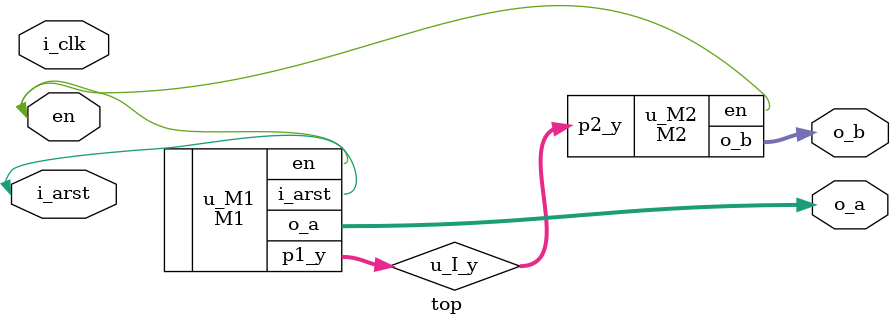
<source format=v>

module M2 ( p2_y, o_b, en);
// pragma CVASTRPROP MODULE HDLICE HDL_MODULE_ATTRIBUTE "0 vlog atb"
input [7:0] p2_y;
output [7:0] o_b;
output en;
Q_LDP0 U0 ( .G(en), .D(p2_y[0]), .Q(o_b[0]), .QN( ));
Q_LDP0 U1 ( .G(en), .D(p2_y[1]), .Q(o_b[1]), .QN( ));
Q_LDP0 U2 ( .G(en), .D(p2_y[2]), .Q(o_b[2]), .QN( ));
Q_LDP0 U3 ( .G(en), .D(p2_y[3]), .Q(o_b[3]), .QN( ));
Q_LDP0 U4 ( .G(en), .D(p2_y[4]), .Q(o_b[4]), .QN( ));
Q_LDP0 U5 ( .G(en), .D(p2_y[5]), .Q(o_b[5]), .QN( ));
Q_LDP0 U6 ( .G(en), .D(p2_y[6]), .Q(o_b[6]), .QN( ));
Q_LDP0 U7 ( .G(en), .D(p2_y[7]), .Q(o_b[7]), .QN( ));
endmodule

module M1 ( p1_y, o_a, en, i_arst);
// pragma CVASTRPROP MODULE HDLICE HDL_MODULE_ATTRIBUTE "0 vlog atb"
output [7:0] p1_y;
output [7:0] o_a;
output en;
output i_arst;
Q_BUF U0 ( .A(p1_y[5]), .Z(o_a[0]));
Q_BUF U1 ( .A(p1_y[5]), .Z(p1_y[0]));
Q_BUF U2 ( .A(p1_y[5]), .Z(o_a[2]));
Q_BUF U3 ( .A(p1_y[5]), .Z(p1_y[2]));
Q_BUF U4 ( .A(p1_y[5]), .Z(o_a[1]));
Q_BUF U5 ( .A(p1_y[5]), .Z(p1_y[1]));
Q_BUF U6 ( .A(p1_y[5]), .Z(o_a[3]));
Q_BUF U7 ( .A(p1_y[5]), .Z(p1_y[3]));
Q_BUF U8 ( .A(p1_y[5]), .Z(o_a[4]));
Q_BUF U9 ( .A(p1_y[5]), .Z(p1_y[4]));
Q_BUF U10 ( .A(p1_y[5]), .Z(o_a[7]));
Q_BUF U11 ( .A(p1_y[5]), .Z(p1_y[7]));
Q_BUF U12 ( .A(p1_y[5]), .Z(o_a[6]));
Q_BUF U13 ( .A(p1_y[5]), .Z(p1_y[6]));
Q_BUF U14 ( .A(p1_y[5]), .Z(o_a[5]));
Q_LDP0 U15 ( .G(n2), .D(i_arst), .Q(p1_y[5]), .QN( ));
Q_INV U16 ( .A(en), .Z(n1));
Q_ND02 U17 ( .A0(i_arst), .A1(n1), .Z(n2));
// pragma CVASTRPROP MODULE HDLICE HDL_MEMORY_DECL_m1 "p1_y 1 -2147483647 -2147483647 7 0"
// pragma CVASTRPROP MODULE HDLICE HDL_MEMORY_NON_CMM "1"
endmodule

module top ( en, i_clk, i_arst, o_a, o_b);
// pragma CVASTRPROP MODULE HDLICE HDL_MODULE_ATTRIBUTE "0 vlog atb"
input en;
input i_clk;
input i_arst;
output [7:0] o_a;
output [7:0] o_b;
wire [7:0] u_I_y;
M1 u_M1 ( .p1_y( u_I_y[7:0]), .o_a( o_a[7:0]), .en( en), .i_arst( i_arst));
M2 u_M2 ( .p2_y( u_I_y[7:0]), .o_b( o_b[7:0]), .en( en));
// pragma CVASTRPROP MODULE HDLICE HDL_MEMORY_DECL_m1 "u_I_y 1 -2147483647 -2147483647 7 0"
// pragma CVASTRPROP MODULE HDLICE HDL_MEMORY_NON_CMM "1"
`ifdef Q_DISPLAY_BUFFER_USE
`ifdef CBV
`else
Q_DISPLAY_BUFFER Q_DISPLAY_BUFFER ();
`endif
`endif
`ifdef Q_HDL_ROOT_USE
Q_HDL_ROOT Q_HDL_ROOT ();
`endif
endmodule

</source>
